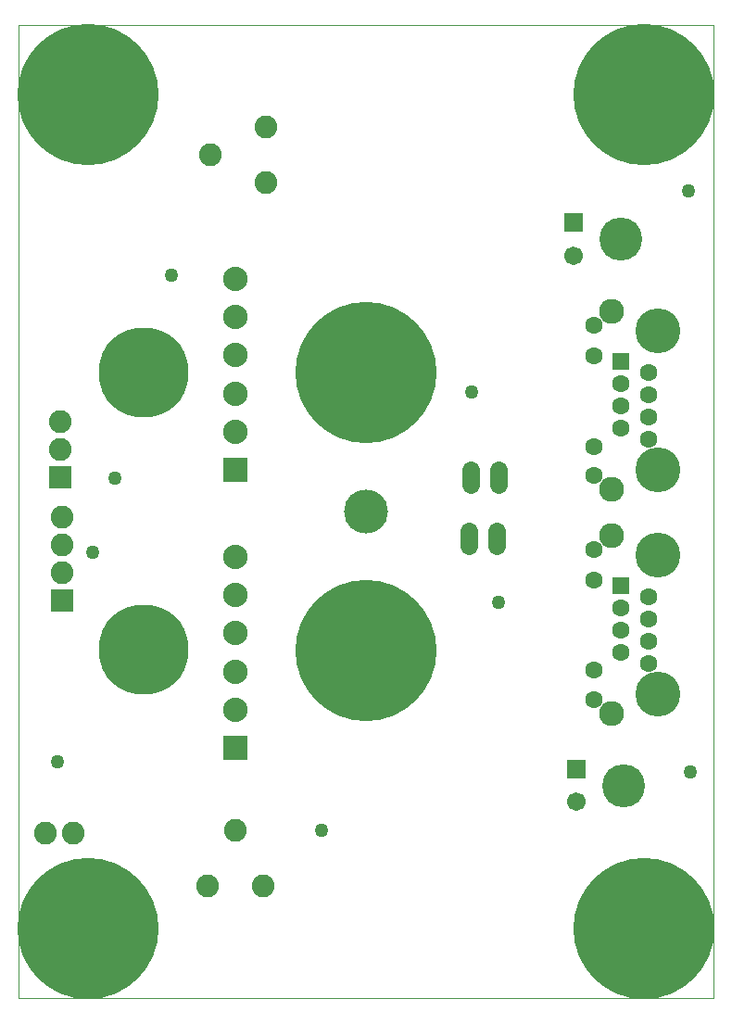
<source format=gbs>
G75*
G70*
%OFA0B0*%
%FSLAX24Y24*%
%IPPOS*%
%LPD*%
%AMOC8*
5,1,8,0,0,1.08239X$1,22.5*
%
%ADD10C,0.0000*%
%ADD11R,0.0880X0.0880*%
%ADD12C,0.0880*%
%ADD13R,0.0670X0.0670*%
%ADD14C,0.0670*%
%ADD15C,0.1544*%
%ADD16C,0.0820*%
%ADD17R,0.0820X0.0820*%
%ADD18R,0.0630X0.0630*%
%ADD19C,0.0630*%
%ADD20C,0.1616*%
%ADD21C,0.0900*%
%ADD22C,0.0640*%
%ADD23C,0.0500*%
%ADD24C,0.1580*%
%ADD25C,0.5080*%
%ADD26C,0.3230*%
D10*
X000140Y000140D02*
X025140Y000140D01*
X025140Y035140D01*
X000140Y035140D01*
X000140Y000140D01*
D11*
X007940Y009140D03*
X007940Y019140D03*
D12*
X007940Y020518D03*
X007940Y021896D03*
X007940Y023274D03*
X007940Y024652D03*
X007940Y026030D03*
X007940Y016030D03*
X007940Y014652D03*
X007940Y013274D03*
X007940Y011896D03*
X007940Y010518D03*
D13*
X020190Y008390D03*
X020090Y028040D03*
D14*
X020090Y026860D03*
X020190Y007210D03*
D15*
X021890Y007800D03*
X021790Y027450D03*
D16*
X009040Y029490D03*
X009040Y031490D03*
X007040Y030490D03*
X001640Y020890D03*
X001640Y019890D03*
X001690Y017440D03*
X001690Y016440D03*
X001690Y015440D03*
X002090Y006090D03*
X001090Y006090D03*
X006940Y004190D03*
X007940Y006190D03*
X008940Y004190D03*
D17*
X001690Y014440D03*
X001640Y018890D03*
D18*
X021790Y014990D03*
X021790Y023040D03*
D19*
X021790Y022240D03*
X021790Y021440D03*
X021790Y020640D03*
X022790Y020240D03*
X022790Y021040D03*
X022790Y021840D03*
X022790Y022640D03*
X020840Y023240D03*
X020840Y024340D03*
X020840Y019990D03*
X020840Y018940D03*
X020840Y016290D03*
X020840Y015190D03*
X021790Y014190D03*
X021790Y013390D03*
X021790Y012590D03*
X022790Y012190D03*
X022790Y012990D03*
X022790Y013790D03*
X022790Y014590D03*
X020840Y011940D03*
X020840Y010890D03*
D20*
X023140Y011090D03*
X023140Y016090D03*
X023140Y019140D03*
X023140Y024140D03*
D21*
X021470Y024840D03*
X021470Y018440D03*
X021470Y016790D03*
X021470Y010390D03*
D22*
X017340Y016410D02*
X017340Y016970D01*
X016340Y016970D02*
X016340Y016410D01*
X016390Y018610D02*
X016390Y019170D01*
X017390Y019170D02*
X017390Y018610D01*
D23*
X016440Y021940D03*
X017390Y014390D03*
X011040Y006190D03*
X002790Y016190D03*
X003590Y018840D03*
X005640Y026140D03*
X001540Y008640D03*
X024240Y029190D03*
X024290Y008290D03*
D24*
X012640Y017640D03*
D25*
X012640Y022640D03*
X012640Y012640D03*
X022640Y002640D03*
X002640Y002640D03*
X002640Y032640D03*
X022640Y032640D03*
D26*
X004640Y022640D03*
X004640Y012690D03*
M02*

</source>
